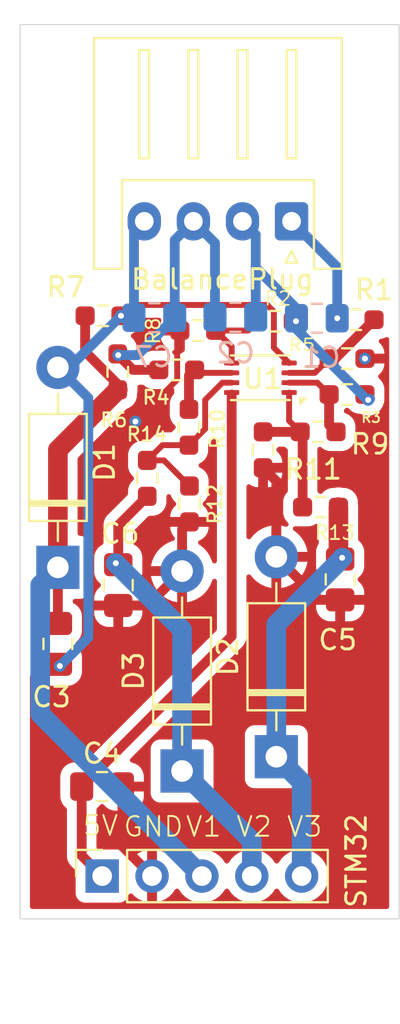
<source format=kicad_pcb>
(kicad_pcb (version 20240108) (generator "pcbnew") (generator_version "8.0")
  (layers (0 "F.Cu" signal) (31 "B.Cu" signal) (34 "B.Paste" user) (35 "F.Paste" user) (36 "B.SilkS" user "B.Silkscreen") (37 "F.SilkS" user "F.Silkscreen") (38 "B.Mask" user) (39 "F.Mask" user) (44 "Edge.Cuts" user))
  (net 0 "")
  (net 1 "GND")
  (net 2 "+5V")
  (net 3 "/CELL2+")
  (net 4 "/CELL3+")
  (net 5 "/CELL1+")
  (net 6 "/VOUTA")
  (net 7 "/VINB+")
  (net 8 "/VINA+")
  (net 9 "/VINB-")
  (net 10 "/VOUTB")
  (net 11 "/VINA-")
  (net 12 "A_V3")
  (net 13 "A_V2")
  (net 14 "A_V1")
  (net 15 "/CELL1-")
  (footprint "Diode_THT:D_DO-41_SOD81_P10.16mm_Horizontal" (layer "F.Cu") (at 81.925 61.285 90)
    (property "Reference" "D1" (at 5.335 2.375 -90) (layer "F.SilkS"))
    (property "Value" "1N4007")
    (fp_line (start 7.8 -1.47) (end 2.36 -1.47) (stroke (width 0.12)) (layer "F.SilkS"))
    (fp_line (start 3.38 -1.47) (end 3.38 1.47) (stroke (width 0.12)) (layer "F.SilkS"))
    (fp_line (start 3.26 -1.47) (end 3.26 1.47) (stroke (width 0.12)) (layer "F.SilkS"))
    (fp_line (start 3.14 -1.47) (end 3.14 1.47) (stroke (width 0.12)) (layer "F.SilkS"))
    (fp_line (start 2.36 -1.47) (end 2.36 1.47) (stroke (width 0.12)) (layer "F.SilkS"))
    (fp_line (start 8.82 0) (end 7.8 0) (stroke (width 0.12)) (layer "F.SilkS"))
    (fp_line (start 1.34 0) (end 2.36 0) (stroke (width 0.12)) (layer "F.SilkS"))
    (fp_line (start 7.8 1.47) (end 7.8 -1.47) (stroke (width 0.12)) (layer "F.SilkS"))
    (fp_line (start 2.36 1.47) (end 7.8 1.47) (stroke (width 0.12)) (layer "F.SilkS"))
    (pad "1" thru_hole rect (at 0 0 90) (size 2.2 2.2) (drill 1.1) (layers "*.Cu" "*.Mask") (net 14 "A_V1"))
    (pad "2" thru_hole oval (at 10.16 0 90) (size 2.2 2.2) (drill 1.1) (layers "*.Cu" "*.Mask") (net 15 "/CELL1-"))
  )
  (footprint "Resistor_SMD:R_0603_1608Metric_Pad0.98x0.95mm_HandSolder" (layer "F.Cu") (at 95.175 54.4 180)
    (property "Reference" "R9" (at -2.65 -0.625 0) (layer "F.SilkS"))
    (property "Value" "1k")
    (fp_line (start -0.254724 0.5225) (end 0.254724 0.5225) (stroke (width 0.12)) (layer "F.SilkS"))
    (fp_line (start -0.254724 -0.5225) (end 0.254724 -0.5225) (stroke (width 0.12)) (layer "F.SilkS"))
    (pad "1" smd roundrect (at -0.9125 0 180) (size 0.975 0.95) (layers "F.Cu" "F.Paste" "F.Mask") (net 11 "/VINA-"))
    (pad "2" smd roundrect (at 0.9125 0 180) (size 0.975 0.95) (layers "F.Cu" "F.Paste" "F.Mask") (net 6 "/VOUTA"))
  )
  (footprint "Resistor_SMD:R_0603_1608Metric_Pad0.98x0.95mm_HandSolder" (layer "F.Cu") (at 88.625 58.0625 90)
    (property "Reference" "R12" (at -0.0125 1.3 90) (layer "F.SilkS") (effects (font (size 0.7 0.7) (thickness 0.12) (bold yes))))
    (property "Value" "1k")
    (fp_line (start -0.254724 -0.5225) (end 0.254724 -0.5225) (stroke (width 0.12)) (layer "F.SilkS"))
    (fp_line (start -0.254724 0.5225) (end 0.254724 0.5225) (stroke (width 0.12)) (layer "F.SilkS"))
    (pad "1" smd roundrect (at -0.9125 0 90) (size 0.975 0.95) (layers "F.Cu" "F.Paste" "F.Mask") (net 1 "GND"))
    (pad "2" smd roundrect (at 0.9125 0 90) (size 0.975 0.95) (layers "F.Cu" "F.Paste" "F.Mask") (net 10 "/VOUTB"))
  )
  (footprint "Resistor_SMD:R_0603_1608Metric_Pad0.98x0.95mm_HandSolder" (layer "F.Cu") (at 84.225 48.5 180)
    (property "Reference" "R7" (at 1.9 1.45 180) (layer "F.SilkS"))
    (property "Value" "1k")
    (fp_line (start -0.254724 0.5225) (end 0.254724 0.5225) (stroke (width 0.12)) (layer "F.SilkS"))
    (fp_line (start -0.254724 -0.5225) (end 0.254724 -0.5225) (stroke (width 0.12)) (layer "F.SilkS"))
    (pad "1" smd roundrect (at -0.9125 0 180) (size 0.975 0.95) (layers "F.Cu" "F.Paste" "F.Mask") (net 15 "/CELL1-"))
    (pad "2" smd roundrect (at 0.9125 0 180) (size 0.975 0.95) (layers "F.Cu" "F.Paste" "F.Mask") (net 14 "A_V1"))
  )
  (footprint "Resistor_SMD:R_0603_1608Metric_Pad0.98x0.95mm_HandSolder" (layer "F.Cu") (at 93 48.775 180)
    (property "Reference" "R2" (at -0.125 1.15 180) (layer "F.SilkS") (effects (font (size 0.7 0.7) (thickness 0.0875))))
    (property "Value" "1k")
    (fp_line (start -0.254724 0.5225) (end 0.254724 0.5225) (stroke (width 0.12)) (layer "F.SilkS"))
    (fp_line (start -0.254724 -0.5225) (end 0.254724 -0.5225) (stroke (width 0.12)) (layer "F.SilkS"))
    (pad "1" smd roundrect (at -0.9125 0 180) (size 0.975 0.95) (layers "F.Cu" "F.Paste" "F.Mask") (net 3 "/CELL2+"))
    (pad "2" smd roundrect (at 0.9125 0 180) (size 0.975 0.95) (layers "F.Cu" "F.Paste" "F.Mask") (net 7 "/VINB+"))
  )
  (footprint "Package_DFN_QFN:TDFN-8-1EP_3x2mm_P0.5mm_EP1.3x1.4mm" (layer "F.Cu") (at 92.2375 51.65 180)
    (property "Reference" "U1" (at -0.1175 -0.0575 0) (layer "F.SilkS"))
    (property "Value" "MCP602")
    (fp_line (start -1.5 1.135) (end 1.5 1.135) (stroke (width 0.12)) (layer "F.SilkS"))
    (fp_line (start -1.5 -1.135) (end 1.5 -1.135) (stroke (width 0.12)) (layer "F.SilkS"))
    (fp_poly (pts (xy -2.02 -1.05) (xy -2.3 -1.05) (xy -2.02 -1.33) (xy -2.02 -1.05)) (stroke (width 0.12)) (fill solid) (layer "F.SilkS"))
    (pad "1" smd roundrect (at -1.4625 -0.75 180) (size 0.775 0.25) (layers "F.Cu" "F.Paste" "F.Mask") (net 6 "/VOUTA"))
    (pad "2" smd roundrect (at -1.4625 -0.25 180) (size 0.775 0.25) (layers "F.Cu" "F.Paste" "F.Mask") (net 11 "/VINA-"))
    (pad "3" smd roundrect (at -1.4625 0.25 180) (size 0.775 0.25) (layers "F.Cu" "F.Paste" "F.Mask") (net 8 "/VINA+"))
    (pad "4" smd roundrect (at -1.4625 0.75 180) (size 0.775 0.25) (layers "F.Cu" "F.Paste" "F.Mask") (net 15 "/CELL1-"))
    (pad "5" smd roundrect (at 1.4625 0.75 180) (size 0.775 0.25) (layers "F.Cu" "F.Paste" "F.Mask") (net 7 "/VINB+"))
    (pad "6" smd roundrect (at 1.4625 0.25 180) (size 0.775 0.25) (layers "F.Cu" "F.Paste" "F.Mask") (net 9 "/VINB-"))
    (pad "7" smd roundrect (at 1.4625 -0.25 180) (size 0.775 0.25) (layers "F.Cu" "F.Paste" "F.Mask") (net 10 "/VOUTB"))
    (pad "8" smd roundrect (at 1.4625 -0.75 180) (size 0.775 0.25) (layers "F.Cu" "F.Paste" "F.Mask") (net 2 "+5V"))
  )
  (footprint "Capacitor_SMD:C_0805_2012Metric_Pad1.18x1.45mm_HandSolder" (layer "F.Cu") (at 81.925 65.175 -90)
    (property "Reference" "C3" (at 2.7 0.325 0) (layer "F.SilkS"))
    (property "Value" "100n")
    (fp_line (start -0.261252 0.735) (end 0.261252 0.735) (stroke (width 0.12)) (layer "F.SilkS"))
    (fp_line (start -0.261252 -0.735) (end 0.261252 -0.735) (stroke (width 0.12)) (layer "F.SilkS"))
    (pad "1" smd roundrect (at -1.0375 0 270) (size 1.175 1.45) (layers "F.Cu" "F.Paste" "F.Mask") (roundrect_rratio 0.212766) (net 14 "A_V1"))
    (pad "2" smd roundrect (at 1.0375 0 270) (size 1.175 1.45) (layers "F.Cu" "F.Paste" "F.Mask") (roundrect_rratio 0.212766) (net 15 "/CELL1-"))
  )
  (footprint "Diode_THT:D_DO-41_SOD81_P10.16mm_Horizontal" (layer "F.Cu") (at 93.05 70.91 90)
    (property "Reference" "D2" (at 5.08 -2.47 90) (layer "F.SilkS"))
    (property "Value" "1N4007")
    (fp_line (start 7.8 -1.47) (end 2.36 -1.47) (stroke (width 0.12)) (layer "F.SilkS"))
    (fp_line (start 3.38 -1.47) (end 3.38 1.47) (stroke (width 0.12)) (layer "F.SilkS"))
    (fp_line (start 3.26 -1.47) (end 3.26 1.47) (stroke (width 0.12)) (layer "F.SilkS"))
    (fp_line (start 3.14 -1.47) (end 3.14 1.47) (stroke (width 0.12)) (layer "F.SilkS"))
    (fp_line (start 2.36 -1.47) (end 2.36 1.47) (stroke (width 0.12)) (layer "F.SilkS"))
    (fp_line (start 8.82 0) (end 7.8 0) (stroke (width 0.12)) (layer "F.SilkS"))
    (fp_line (start 1.34 0) (end 2.36 0) (stroke (width 0.12)) (layer "F.SilkS"))
    (fp_line (start 7.8 1.47) (end 7.8 -1.47) (stroke (width 0.12)) (layer "F.SilkS"))
    (fp_line (start 2.36 1.47) (end 7.8 1.47) (stroke (width 0.12)) (layer "F.SilkS"))
    (pad "1" thru_hole rect (at 0 0 90) (size 2.2 2.2) (drill 1.1) (layers "*.Cu" "*.Mask") (net 12 "A_V3"))
    (pad "2" thru_hole oval (at 10.16 0 90) (size 2.2 2.2) (drill 1.1) (layers "*.Cu" "*.Mask") (net 1 "GND"))
  )
  (footprint "Capacitor_SMD:C_0805_2012Metric_Pad1.18x1.45mm_HandSolder" (layer "F.Cu") (at 85 62.1875 -90)
    (property "Reference" "C6" (at -2.6125 -0.1 0) (layer "F.SilkS"))
    (property "Value" "100n")
    (fp_line (start -0.261252 0.735) (end 0.261252 0.735) (stroke (width 0.12)) (layer "F.SilkS"))
    (fp_line (start -0.261252 -0.735) (end 0.261252 -0.735) (stroke (width 0.12)) (layer "F.SilkS"))
    (pad "1" smd roundrect (at -1.0375 0 270) (size 1.175 1.45) (layers "F.Cu" "F.Paste" "F.Mask") (roundrect_rratio 0.212766) (net 13 "A_V2"))
    (pad "2" smd roundrect (at 1.0375 0 270) (size 1.175 1.45) (layers "F.Cu" "F.Paste" "F.Mask") (roundrect_rratio 0.212766) (net 1 "GND"))
  )
  (footprint "Resistor_SMD:R_0603_1608Metric_Pad0.98x0.95mm_HandSolder" (layer "F.Cu") (at 97.1125 48.7)
    (property "Reference" "R1" (at 0.9125 -1.525 0) (layer "F.SilkS"))
    (property "Value" "1k")
    (fp_line (start -0.254724 -0.5225) (end 0.254724 -0.5225) (stroke (width 0.12)) (layer "F.SilkS"))
    (fp_line (start -0.254724 0.5225) (end 0.254724 0.5225) (stroke (width 0.12)) (layer "F.SilkS"))
    (pad "1" smd roundrect (at -0.9125 0) (size 0.975 0.95) (layers "F.Cu" "F.Paste" "F.Mask") (net 4 "/CELL3+"))
    (pad "2" smd roundrect (at 0.9125 0) (size 0.975 0.95) (layers "F.Cu" "F.Paste" "F.Mask") (net 8 "/VINA+"))
  )
  (footprint "Resistor_SMD:R_0603_1608Metric_Pad0.98x0.95mm_HandSolder" (layer "F.Cu") (at 86.475 56.7625 -90)
    (property "Reference" "R14" (at -2.2375 0.025 180) (layer "F.SilkS") (effects (font (size 0.7 0.7) (thickness 0.12) (bold yes))))
    (property "Value" "100")
    (fp_line (start -0.254724 0.5225) (end 0.254724 0.5225) (stroke (width 0.12)) (layer "F.SilkS"))
    (fp_line (start -0.254724 -0.5225) (end 0.254724 -0.5225) (stroke (width 0.12)) (layer "F.SilkS"))
    (pad "1" smd roundrect (at -0.9125 0 270) (size 0.975 0.95) (layers "F.Cu" "F.Paste" "F.Mask") (net 10 "/VOUTB"))
    (pad "2" smd roundrect (at 0.9125 0 270) (size 0.975 0.95) (layers "F.Cu" "F.Paste" "F.Mask") (net 13 "A_V2"))
  )
  (footprint "Connector_JST:JST_XH_S4B-XH-A_1x04_P2.50mm_Horizontal" (layer "F.Cu") (at 93.825 43.7 180)
    (property "Reference" "BalancePlug" (at 3.525 -2.95 0) (layer "F.SilkS"))
    (property "Value" "Balance Plug")
    (fp_line (start 10.06 9.31) (end 10.06 -2.41) (stroke (width 0.12)) (layer "F.SilkS"))
    (fp_line (start 10.06 -2.41) (end 8.64 -2.41) (stroke (width 0.12)) (layer "F.SilkS"))
    (fp_line (start 8.64 2.09) (end 3.75 2.09) (stroke (width 0.12)) (layer "F.SilkS"))
    (fp_line (start 8.64 -2.41) (end 8.64 2.09) (stroke (width 0.12)) (layer "F.SilkS"))
    (fp_line (start 7.75 8.7) (end 7.75 3.2) (stroke (width 0.12)) (layer "F.SilkS"))
    (fp_line (start 7.75 3.2) (end 7.25 3.2) (stroke (width 0.12)) (layer "F.SilkS"))
    (fp_line (start 7.25 8.7) (end 7.75 8.7) (stroke (width 0.12)) (layer "F.SilkS"))
    (fp_line (start 7.25 3.2) (end 7.25 8.7) (stroke (width 0.12)) (layer "F.SilkS"))
    (fp_line (start 5.25 8.7) (end 5.25 3.2) (stroke (width 0.12)) (layer "F.SilkS"))
    (fp_line (start 5.25 3.2) (end 4.75 3.2) (stroke (width 0.12)) (layer "F.SilkS"))
    (fp_line (start 4.75 8.7) (end 5.25 8.7) (stroke (width 0.12)) (layer "F.SilkS"))
    (fp_line (start 4.75 3.2) (end 4.75 8.7) (stroke (width 0.12)) (layer "F.SilkS"))
    (fp_line (start 3.75 9.31) (end 10.06 9.31) (stroke (width 0.12)) (layer "F.SilkS"))
    (fp_line (start 3.75 9.31) (end -2.56 9.31) (stroke (width 0.12)) (layer "F.SilkS"))
    (fp_line (start 2.75 8.7) (end 2.75 3.2) (stroke (width 0.12)) (layer "F.SilkS"))
    (fp_line (start 2.75 3.2) (end 2.25 3.2) (stroke (width 0.12)) (layer "F.SilkS"))
    (fp_line (start 2.25 8.7) (end 2.75 8.7) (stroke (width 0.12)) (layer "F.SilkS"))
    (fp_line (start 2.25 3.2) (end 2.25 8.7) (stroke (width 0.12)) (layer "F.SilkS"))
    (fp_line (start 0.3 -2.1) (end 0 -1.5) (stroke (width 0.12)) (layer "F.SilkS"))
    (fp_line (start 0.25 8.7) (end 0.25 3.2) (stroke (width 0.12)) (layer "F.SilkS"))
    (fp_line (start 0.25 3.2) (end -0.25 3.2) (stroke (width 0.12)) (layer "F.SilkS"))
    (fp_line (start 0 -1.5) (end -0.3 -2.1) (stroke (width 0.12)) (layer "F.SilkS"))
    (fp_line (start -0.25 8.7) (end 0.25 8.7) (stroke (width 0.12)) (layer "F.SilkS"))
    (fp_line (start -0.25 3.2) (end -0.25 8.7) (stroke (width 0.12)) (layer "F.SilkS"))
    (fp_line (start -0.3 -2.1) (end 0.3 -2.1) (stroke (width 0.12)) (layer "F.SilkS"))
    (fp_line (start -1.14 2.09) (end 3.75 2.09) (stroke (width 0.12)) (layer "F.SilkS"))
    (fp_line (start -1.14 -2.41) (end -1.14 2.09) (stroke (width 0.12)) (layer "F.SilkS"))
    (fp_line (start -2.56 9.31) (end -2.56 -2.41) (stroke (width 0.12)) (layer "F.SilkS"))
    (fp_line (start -2.56 -2.41) (end -1.14 -2.41) (stroke (width 0.12)) (layer "F.SilkS"))
    (pad "1" thru_hole roundrect (at 0 0 180) (size 1.7 1.95) (drill 0.95) (layers "*.Cu" "*.Mask") (roundrect_rratio 0.147059) (net 4 "/CELL3+"))
    (pad "2" thru_hole oval (at 2.5 0 180) (size 1.7 1.95) (drill 0.95) (layers "*.Cu" "*.Mask") (net 3 "/CELL2+"))
    (pad "3" thru_hole oval (at 5 0 180) (size 1.7 1.95) (drill 0.95) (layers "*.Cu" "*.Mask") (net 5 "/CELL1+"))
    (pad "4" thru_hole oval (at 7.5 0 180) (size 1.7 1.95) (drill 0.95) (layers "*.Cu" "*.Mask") (net 15 "/CELL1-"))
  )
  (footprint "Connector_PinSocket_2.54mm:PinSocket_1x05_P2.54mm_Vertical" (layer "F.Cu") (at 84.18 76.975 90)
    (property "Reference" "STM32" (at 0.775 12.945 -90) (layer "F.SilkS"))
    (property "Value" "Conn_01x05_Socket")
    (fp_line (start 1.33 -1.33) (end 1.33 0) (stroke (width 0.12)) (layer "F.SilkS"))
    (fp_line (start 0 -1.33) (end 1.33 -1.33) (stroke (width 0.12)) (layer "F.SilkS"))
    (fp_line (start 1.33 1.27) (end 1.33 11.49) (stroke (width 0.12)) (layer "F.SilkS"))
    (fp_line (start -1.33 1.27) (end 1.33 1.27) (stroke (width 0.12)) (layer "F.SilkS"))
    (fp_line (start -1.33 1.27) (end -1.33 11.49) (stroke (width 0.12)) (layer "F.SilkS"))
    (fp_line (start -1.33 11.49) (end 1.33 11.49) (stroke (width 0.12)) (layer "F.SilkS"))
    (pad "1" thru_hole rect (at 0 0 90) (size 1.7 1.7) (drill 1) (layers "*.Cu" "*.Mask") (net 2 "+5V"))
    (pad "2" thru_hole oval (at 0 2.54 90) (size 1.7 1.7) (drill 1) (layers "*.Cu" "*.Mask") (net 1 "GND"))
    (pad "3" thru_hole oval (at 0 5.08 90) (size 1.7 1.7) (drill 1) (layers "*.Cu" "*.Mask") (net 14 "A_V1"))
    (pad "4" thru_hole oval (at 0 7.62 90) (size 1.7 1.7) (drill 1) (layers "*.Cu" "*.Mask") (net 13 "A_V2"))
    (pad "5" thru_hole oval (at 0 10.16 90) (size 1.7 1.7) (drill 1) (layers "*.Cu" "*.Mask") (net 12 "A_V3"))
  )
  (footprint "Resistor_SMD:R_0603_1608Metric_Pad0.98x0.95mm_HandSolder" (layer "F.Cu") (at 95.3 58.225)
    (property "Reference" "R13" (at 0.725 1.3 0) (layer "F.SilkS") (effects (font (size 0.7 0.7) (thickness 0.1))))
    (property "Value" "100")
    (fp_line (start -0.254724 -0.5225) (end 0.254724 -0.5225) (stroke (width 0.12)) (layer "F.SilkS"))
    (fp_line (start -0.254724 0.5225) (end 0.254724 0.5225) (stroke (width 0.12)) (layer "F.SilkS"))
    (pad "1" smd roundrect (at -0.9125 0) (size 0.975 0.95) (layers "F.Cu" "F.Paste" "F.Mask") (net 6 "/VOUTA"))
    (pad "2" smd roundrect (at 0.9125 0) (size 0.975 0.95) (layers "F.Cu" "F.Paste" "F.Mask") (net 12 "A_V3"))
  )
  (footprint "Capacitor_SMD:C_0805_2012Metric_Pad1.18x1.45mm_HandSolder" (layer "F.Cu") (at 84.175 72.425)
    (property "Reference" "C4" (at 0 -1.68 0) (layer "F.SilkS"))
    (property "Value" "1u")
    (fp_line (start -0.261252 -0.735) (end 0.261252 -0.735) (stroke (width 0.12)) (layer "F.SilkS"))
    (fp_line (start -0.261252 0.735) (end 0.261252 0.735) (stroke (width 0.12)) (layer "F.SilkS"))
    (pad "1" smd roundrect (at -1.0375 0) (size 1.175 1.45) (layers "F.Cu" "F.Paste" "F.Mask") (roundrect_rratio 0.212766) (net 2 "+5V"))
    (pad "2" smd roundrect (at 1.0375 0) (size 1.175 1.45) (layers "F.Cu" "F.Paste" "F.Mask") (roundrect_rratio 0.212766) (net 1 "GND"))
  )
  (footprint "Resistor_SMD:R_0603_1608Metric_Pad0.98x0.95mm_HandSolder" (layer "F.Cu") (at 87.975 51.25)
    (property "Reference" "R4" (at -1.05 1.4 180) (layer "F.SilkS") (effects (font (size 0.7 0.7) (thickness 0.12) (bold yes))))
    (property "Value" "1k")
    (fp_line (start -0.254724 -0.5225) (end 0.254724 -0.5225) (stroke (width 0.12)) (layer "F.SilkS"))
    (fp_line (start -0.254724 0.5225) (end 0.254724 0.5225) (stroke (width 0.12)) (layer "F.SilkS"))
    (pad "1" smd roundrect (at -0.9125 0) (size 0.975 0.95) (layers "F.Cu" "F.Paste" "F.Mask") (net 5 "/CELL1+"))
    (pad "2" smd roundrect (at 0.9125 0) (size 0.975 0.95) (layers "F.Cu" "F.Paste" "F.Mask") (net 9 "/VINB-"))
  )
  (footprint "Resistor_SMD:R_0603_1608Metric_Pad0.98x0.95mm_HandSolder" (layer "F.Cu") (at 96.65 52.5 180)
    (property "Reference" "R3" (at -1.225 -1.175 0) (layer "F.SilkS") (effects (font (size 0.5 0.5) (thickness 0.1) (bold yes))))
    (property "Value" "1k")
    (fp_line (start -0.254724 0.5225) (end 0.254724 0.5225) (stroke (width 0.12)) (layer "F.SilkS"))
    (fp_line (start -0.254724 -0.5225) (end 0.254724 -0.5225) (stroke (width 0.12)) (layer "F.SilkS"))
    (pad "1" smd roundrect (at -0.9125 0 180) (size 0.975 0.95) (layers "F.Cu" "F.Paste" "F.Mask") (net 3 "/CELL2+"))
    (pad "2" smd roundrect (at 0.9125 0 180) (size 0.975 0.95) (layers "F.Cu" "F.Paste" "F.Mask") (net 11 "/VINA-"))
  )
  (footprint "Resistor_SMD:R_0603_1608Metric_Pad0.98x0.95mm_HandSolder" (layer "F.Cu") (at 96.65 50.675)
    (property "Reference" "R5" (at -2.3 -0.7 180) (layer "F.SilkS") (effects (font (size 0.6 0.7) (thickness 0.09))))
    (property "Value" "1k")
    (fp_line (start -0.254724 -0.5225) (end 0.254724 -0.5225) (stroke (width 0.12)) (layer "F.SilkS"))
    (fp_line (start -0.254724 0.5225) (end 0.254724 0.5225) (stroke (width 0.12)) (layer "F.SilkS"))
    (pad "1" smd roundrect (at -0.9125 0) (size 0.975 0.95) (layers "F.Cu" "F.Paste" "F.Mask") (net 8 "/VINA+"))
    (pad "2" smd roundrect (at 0.9125 0) (size 0.975 0.95) (layers "F.Cu" "F.Paste" "F.Mask") (net 1 "GND"))
  )
  (footprint "Resistor_SMD:R_0603_1608Metric_Pad0.98x0.95mm_HandSolder" (layer "F.Cu") (at 92.375 55.3125 90)
    (property "Reference" "R11" (at -0.9875 2.55 180) (layer "F.SilkS"))
    (property "Value" "1k")
    (fp_line (start -0.254724 -0.5225) (end 0.254724 -0.5225) (stroke (width 0.12)) (layer "F.SilkS"))
    (fp_line (start -0.254724 0.5225) (end 0.254724 0.5225) (stroke (width 0.12)) (layer "F.SilkS"))
    (pad "1" smd roundrect (at -0.9125 0 90) (size 0.975 0.95) (layers "F.Cu" "F.Paste" "F.Mask") (net 1 "GND"))
    (pad "2" smd roundrect (at 0.9125 0 90) (size 0.975 0.95) (layers "F.Cu" "F.Paste" "F.Mask") (net 6 "/VOUTA"))
  )
  (footprint "Resistor_SMD:R_0603_1608Metric_Pad0.98x0.95mm_HandSolder" (layer "F.Cu") (at 84.975 51.35 90)
    (property "Reference" "R6" (at -2.45 -0.2 180) (layer "F.SilkS") (effects (font (size 0.7 0.7) (thickness 0.12) (bold yes))))
    (property "Value" "1k")
    (fp_line (start -0.254724 -0.5225) (end 0.254724 -0.5225) (stroke (width 0.12)) (layer "F.SilkS"))
    (fp_line (start -0.254724 0.5225) (end 0.254724 0.5225) (stroke (width 0.12)) (layer "F.SilkS"))
    (pad "1" smd roundrect (at -0.9125 0 90) (size 0.975 0.95) (layers "F.Cu" "F.Paste" "F.Mask") (net 14 "A_V1"))
    (pad "2" smd roundrect (at 0.9125 0 90) (size 0.975 0.95) (layers "F.Cu" "F.Paste" "F.Mask") (net 5 "/CELL1+"))
  )
  (footprint "Resistor_SMD:R_0603_1608Metric_Pad0.98x0.95mm_HandSolder" (layer "F.Cu") (at 88.6 54.1625 -90)
    (property "Reference" "R10" (at 0.0875 -1.45 90) (layer "F.SilkS") (effects (font (size 0.7 0.7) (thickness 0.12) (bold yes))))
    (property "Value" "1k")
    (fp_line (start -0.254724 0.5225) (end 0.254724 0.5225) (stroke (width 0.12)) (layer "F.SilkS"))
    (fp_line (start -0.254724 -0.5225) (end 0.254724 -0.5225) (stroke (width 0.12)) (layer "F.SilkS"))
    (pad "1" smd roundrect (at -0.9125 0 270) (size 0.975 0.95) (layers "F.Cu" "F.Paste" "F.Mask") (net 9 "/VINB-"))
    (pad "2" smd roundrect (at 0.9125 0 270) (size 0.975 0.95) (layers "F.Cu" "F.Paste" "F.Mask") (net 10 "/VOUTB"))
  )
  (footprint "Diode_THT:D_DO-41_SOD81_P10.16mm_Horizontal" (layer "F.Cu") (at 88.25 71.635 90)
    (property "Reference" "D3" (at 5.08 -2.47 90) (layer "F.SilkS"))
    (property "Value" "1N4007")
    (fp_line (start 7.8 -1.47) (end 2.36 -1.47) (stroke (width 0.12)) (layer "F.SilkS"))
    (fp_line (start 3.38 -1.47) (end 3.38 1.47) (stroke (width 0.12)) (layer "F.SilkS"))
    (fp_line (start 3.26 -1.47) (end 3.26 1.47) (stroke (width 0.12)) (layer "F.SilkS"))
    (fp_line (start 3.14 -1.47) (end 3.14 1.47) (stroke (width 0.12)) (layer "F.SilkS"))
    (fp_line (start 2.36 -1.47) (end 2.36 1.47) (stroke (width 0.12)) (layer "F.SilkS"))
    (fp_line (start 8.82 0) (end 7.8 0) (stroke (width 0.12)) (layer "F.SilkS"))
    (fp_line (start 1.34 0) (end 2.36 0) (stroke (width 0.12)) (layer "F.SilkS"))
    (fp_line (start 7.8 1.47) (end 7.8 -1.47) (stroke (width 0.12)) (layer "F.SilkS"))
    (fp_line (start 2.36 1.47) (end 7.8 1.47) (stroke (width 0.12)) (layer "F.SilkS"))
    (pad "1" thru_hole rect (at 0 0 90) (size 2.2 2.2) (drill 1.1) (layers "*.Cu" "*.Mask") (net 13 "A_V2"))
    (pad "2" thru_hole oval (at 10.16 0 90) (size 2.2 2.2) (drill 1.1) (layers "*.Cu" "*.Mask") (net 1 "GND"))
  )
  (footprint "Resistor_SMD:R_0603_1608Metric_Pad0.98x0.95mm_HandSolder" (layer "F.Cu") (at 89.05 49.25 180)
    (property "Reference" "R8" (at 2.275 -0.025 -90) (layer "F.SilkS") (effects (font (size 0.7 0.7) (thickness 0.1))))
    (property "Value" "1k")
    (fp_line (start -0.254724 0.5225) (end 0.254724 0.5225) (stroke (width 0.12)) (layer "F.SilkS"))
    (fp_line (start -0.254724 -0.5225) (end 0.254724 -0.5225) (stroke (width 0.12)) (layer "F.SilkS"))
    (pad "1" smd roundrect (at -0.9125 0 180) (size 0.975 0.95) (layers "F.Cu" "F.Paste" "F.Mask") (net 7 "/VINB+"))
    (pad "2" smd roundrect (at 0.9125 0 180) (size 0.975 0.95) (layers "F.Cu" "F.Paste" "F.Mask") (net 1 "GND"))
  )
  (footprint "Capacitor_SMD:C_0805_2012Metric_Pad1.18x1.45mm_HandSolder" (layer "F.Cu") (at 96.3 61.9 -90)
    (property "Reference" "C5" (at 3.075 0.125 180) (layer "F.SilkS"))
    (property "Value" "100n")
    (fp_line (start -0.261252 0.735) (end 0.261252 0.735) (stroke (width 0.12)) (layer "F.SilkS"))
    (fp_line (start -0.261252 -0.735) (end 0.261252 -0.735) (stroke (width 0.12)) (layer "F.SilkS"))
    (pad "1" smd roundrect (at -1.0375 0 270) (size 1.175 1.45) (layers "F.Cu" "F.Paste" "F.Mask") (roundrect_rratio 0.212766) (net 12 "A_V3"))
    (pad "2" smd roundrect (at 1.0375 0 270) (size 1.175 1.45) (layers "F.Cu" "F.Paste" "F.Mask") (roundrect_rratio 0.212766) (net 1 "GND"))
  )
  (footprint "Capacitor_SMD:C_0805_2012Metric_Pad1.18x1.45mm_HandSolder" (layer "B.Cu") (at 95.1125 48.625 180)
    (property "Reference" "C1" (at -0.225 -2 0) (layer "B.SilkS") (effects (justify mirror)))
    (property "Value" "100n")
    (fp_line (start 0.261252 0.735) (end -0.261252 0.735) (stroke (width 0.12)) (layer "B.SilkS"))
    (fp_line (start 0.261252 -0.735) (end -0.261252 -0.735) (stroke (width 0.12)) (layer "B.SilkS"))
    (pad "1" smd roundrect (at -1.0375 0 180) (size 1.175 1.45) (layers "B.Cu" "B.Paste" "B.Mask") (roundrect_rratio 0.212766) (net 4 "/CELL3+"))
    (pad "2" smd roundrect (at 1.0375 0 180) (size 1.175 1.45) (layers "B.Cu" "B.Paste" "B.Mask") (roundrect_rratio 0.212766) (net 3 "/CELL2+"))
  )
  (footprint "Capacitor_SMD:C_0805_2012Metric_Pad1.18x1.45mm_HandSolder" (layer "B.Cu") (at 90.9625 48.575 180)
    (property "Reference" "C2" (at -0.0125 -1.825 0) (layer "B.SilkS") (effects (justify mirror)))
    (property "Value" "100n")
    (fp_line (start 0.261252 0.735) (end -0.261252 0.735) (stroke (width 0.12)) (layer "B.SilkS"))
    (fp_line (start 0.261252 -0.735) (end -0.261252 -0.735) (stroke (width 0.12)) (layer "B.SilkS"))
    (pad "1" smd roundrect (at -1.0375 0 180) (size 1.175 1.45) (layers "B.Cu" "B.Paste" "B.Mask") (roundrect_rratio 0.212766) (net 3 "/CELL2+"))
    (pad "2" smd roundrect (at 1.0375 0 180) (size 1.175 1.45) (layers "B.Cu" "B.Paste" "B.Mask") (roundrect_rratio 0.212766) (net 5 "/CELL1+"))
  )
  (footprint "Capacitor_SMD:C_0805_2012Metric_Pad1.18x1.45mm_HandSolder" (layer "B.Cu") (at 86.8375 48.6 180)
    (property "Reference" "C7" (at 0.05 -2 0) (layer "B.SilkS") (effects (justify mirror)))
    (property "Value" "100n")
    (fp_line (start 0.261252 0.735) (end -0.261252 0.735) (stroke (width 0.12)) (layer "B.SilkS"))
    (fp_line (start 0.261252 -0.735) (end -0.261252 -0.735) (stroke (width 0.12)) (layer "B.SilkS"))
    (pad "1" smd roundrect (at -1.0375 0 180) (size 1.175 1.45) (layers "B.Cu" "B.Paste" "B.Mask") (roundrect_rratio 0.212766) (net 5 "/CELL1+"))
    (pad "2" smd roundrect (at 1.0375 0 180) (size 1.175 1.45) (layers "B.Cu" "B.Paste" "B.Mask") (roundrect_rratio 0.212766) (net 15 "/CELL1-"))
  )
  (gr_rect (start 80 33.7) (end 99.3 79.15) (stroke (width 0.05)) (fill none) (layer "Edge.Cuts"))
  (gr_text "V1 V2 V3" (at 88.375 75.05 0) (layer "F.SilkS") (effects (font (size 1 1) (thickness 0.1)) (justify left bottom)))
  (gr_text "5V" (at 83.125 75 0) (layer "F.SilkS") (effects (font (size 1 1) (thickness 0.1)) (justify left bottom)))
  (gr_text "GND " (at 85.2 75.05 0) (layer "F.SilkS") (effects (font (size 1 1) (thickness 0.1)) (justify left bottom)))
  (segment (start 88 51.75) (end 85.875 53.875) (width 0.3) (layer "F.Cu") (net 1))
  (segment (start 85.2125 72.425) (end 85.2125 75.4675) (width 0.5) (layer "F.Cu") (net 1))
  (segment (start 88 49.3875) (end 88 51.75) (width 0.3) (layer "F.Cu") (net 1))
  (segment (start 93.05 60.75) (end 93.05 56.9) (width 0.5) (layer "F.Cu") (net 1))
  (segment (start 93.05 56.9) (end 92.375 56.225) (width 0.5) (layer "F.Cu") (net 1))
  (segment (start 88.1375 49.25) (end 88 49.3875) (width 0.3) (layer "F.Cu") (net 1))
  (segment (start 86.5 63.225) (end 88.25 61.475) (width 0.5) (layer "F.Cu") (net 1))
  (segment (start 95.2375 62.9375) (end 93.05 60.75) (width 0.5) (layer "F.Cu") (net 1))
  (segment (start 85 63.225) (end 86.5 63.225) (width 0.5) (layer "F.Cu") (net 1))
  (segment (start 85.2125 75.4675) (end 86.72 76.975) (width 0.5) (layer "F.Cu") (net 1))
  (segment (start 96.3 62.9375) (end 95.2375 62.9375) (width 0.5) (layer "F.Cu") (net 1))
  (segment (start 88.25 59.35) (end 88.625 58.975) (width 0.5) (layer "F.Cu") (net 1))
  (segment (start 88.25 61.475) (end 88.25 59.35) (width 0.5) (layer "F.Cu") (net 1))
  (via (at 97.5625 50.675) (size 0.6) (drill 0.3) (layers "F.Cu" "B.Cu") (net 1))
  (via (at 85.875 53.875) (size 0.6) (drill 0.3) (layers "F.Cu" "B.Cu") (net 1))
  (segment (start 83.1375 75.9325) (end 84.18 76.975) (width 0.5) (layer "F.Cu") (net 2))
  (segment (start 83.1375 72.425) (end 83.1375 75.9325) (width 0.5) (layer "F.Cu") (net 2))
  (segment (start 83.1375 72.425) (end 90.775 64.7875) (width 0.5) (layer "F.Cu") (net 2))
  (segment (start 90.775 64.7875) (end 90.775 52.5) (width 0.5) (layer "F.Cu") (net 2))
  (via (at 97.725 52.775) (size 0.6) (drill 0.3) (layers "F.Cu" "B.Cu") (net 3))
  (via (at 94.05 48.775) (size 0.6) (drill 0.3) (layers "F.Cu" "B.Cu") (net 3))
  (segment (start 94.075 48.125) (end 92 46.05) (width 0.5) (layer "B.Cu") (net 3))
  (segment (start 94.075 48.75) (end 94.05 48.775) (width 0.5) (layer "B.Cu") (net 3))
  (segment (start 92 44.375) (end 91.325 43.7) (width 0.5) (layer "B.Cu") (net 3))
  (segment (start 94.075 48.625) (end 94.075 48.75) (width 0.5) (layer "B.Cu") (net 3))
  (segment (start 92 48.575) (end 92 46.05) (width 0.5) (layer "B.Cu") (net 3))
  (segment (start 94.05 49.15) (end 97.625 52.725) (width 0.5) (layer "B.Cu") (net 3))
  (segment (start 97.675 52.725) (end 97.725 52.775) (width 0.5) (layer "B.Cu") (net 3))
  (segment (start 92 46.05) (end 92 44.375) (width 0.5) (layer "B.Cu") (net 3))
  (segment (start 97.625 52.725) (end 97.675 52.725) (width 0.5) (layer "B.Cu") (net 3))
  (segment (start 94.05 48.775) (end 94.05 49.15) (width 0.5) (layer "B.Cu") (net 3))
  (segment (start 97.725 52.775) (end 97.775 52.725) (width 0.5) (layer "B.Cu") (net 3))
  (segment (start 97.775 52.725) (end 97.825 52.725) (width 0.5) (layer "B.Cu") (net 3))
  (segment (start 94.075 48.625) (end 94.075 48.125) (width 0.5) (layer "B.Cu") (net 3))
  (via (at 96.15 48.625) (size 0.6) (drill 0.3) (layers "F.Cu" "B.Cu") (net 4))
  (segment (start 96.15 46.025) (end 93.825 43.7) (width 0.5) (layer "B.Cu") (net 4))
  (segment (start 96.15 48.625) (end 96.15 46.025) (width 0.5) (layer "B.Cu") (net 4))
  (segment (start 85.75 51.25) (end 85 50.5) (width 0.5) (layer "F.Cu") (net 5))
  (segment (start 87.0625 51.25) (end 85.75 51.25) (width 0.5) (layer "F.Cu") (net 5))
  (via (at 85 50.5) (size 0.6) (drill 0.3) (layers "F.Cu" "B.Cu") (net 5))
  (segment (start 89.925 44.8) (end 88.825 43.7) (width 0.5) (layer "B.Cu") (net 5))
  (segment (start 89.925 48.575) (end 89.925 44.8) (width 0.5) (layer "B.Cu") (net 5))
  (segment (start 85.975 50.5) (end 87.875 48.6) (width 0.5) (layer "B.Cu") (net 5))
  (segment (start 87.875 44.65) (end 88.825 43.7) (width 0.5) (layer "B.Cu") (net 5))
  (segment (start 85 50.5) (end 85.975 50.5) (width 0.5) (layer "B.Cu") (net 5))
  (segment (start 87.875 48.6) (end 87.875 44.65) (width 0.5) (layer "B.Cu") (net 5))
  (segment (start 94.2625 54.4) (end 92.375 54.4) (width 0.5) (layer "F.Cu") (net 6))
  (segment (start 94.3875 58.225) (end 94.3875 54.525) (width 0.5) (layer "F.Cu") (net 6))
  (segment (start 93.7 52.4) (end 93.7 53.8375) (width 0.3) (layer "F.Cu") (net 6))
  (segment (start 93.7 53.8375) (end 94.2625 54.4) (width 0.3) (layer "F.Cu") (net 6))
  (segment (start 94.3875 54.525) (end 94.2625 54.4) (width 0.5) (layer "F.Cu") (net 6))
  (segment (start 91.6125 49.25) (end 92.0875 48.775) (width 0.3) (layer "F.Cu") (net 7))
  (segment (start 89.9625 49.25) (end 91.6125 49.25) (width 0.3) (layer "F.Cu") (net 7))
  (segment (start 90.775 50.9) (end 90.775 50.0625) (width 0.3) (layer "F.Cu") (net 7))
  (segment (start 90.775 50.0625) (end 89.9625 49.25) (width 0.3) (layer "F.Cu") (net 7))
  (segment (start 95.7375 50.675) (end 96.05 50.675) (width 0.5) (layer "F.Cu") (net 8))
  (segment (start 93.7 51.4) (end 95.0125 51.4) (width 0.3) (layer "F.Cu") (net 8))
  (segment (start 95.0125 51.4) (end 95.7375 50.675) (width 0.3) (layer "F.Cu") (net 8))
  (segment (start 96.05 50.675) (end 98.025 48.7) (width 0.5) (layer "F.Cu") (net 8))
  (segment (start 89.0375 51.4) (end 88.8875 51.25) (width 0.3) (layer "F.Cu") (net 9))
  (segment (start 88.6 53.25) (end 88.6 51.5375) (width 0.5) (layer "F.Cu") (net 9))
  (segment (start 88.6 51.5375) (end 88.8875 51.25) (width 0.5) (layer "F.Cu") (net 9))
  (segment (start 90.775 51.4) (end 89.0375 51.4) (width 0.3) (layer "F.Cu") (net 9))
  (segment (start 89.425 52.777404) (end 89.425 54.25) (width 0.3) (layer "F.Cu") (net 10))
  (segment (start 89.425 54.25) (end 88.6 55.075) (width 0.3) (layer "F.Cu") (net 10))
  (segment (start 87.25 55.075) (end 86.475 55.85) (width 0.3) (layer "F.Cu") (net 10))
  (segment (start 90.302404 51.9) (end 89.425 52.777404) (width 0.3) (layer "F.Cu") (net 10))
  (segment (start 87.325 55.85) (end 86.475 55.85) (width 0.3) (layer "F.Cu") (net 10))
  (segment (start 90.775 51.9) (end 90.302404 51.9) (width 0.3) (layer "F.Cu") (net 10))
  (segment (start 88.6 55.075) (end 87.25 55.075) (width 0.3) (layer "F.Cu") (net 10))
  (segment (start 88.625 57.15) (end 87.325 55.85) (width 0.3) (layer "F.Cu") (net 10))
  (segment (start 95.7375 52.5) (end 95.7375 54.05) (width 0.5) (layer "F.Cu") (net 11))
  (segment (start 95.7375 54.05) (end 96.0875 54.4) (width 0.5) (layer "F.Cu") (net 11))
  (segment (start 95.1375 51.9) (end 95.7375 52.5) (width 0.3) (layer "F.Cu") (net 11))
  (segment (start 93.7 51.9) (end 95.1375 51.9) (width 0.3) (layer "F.Cu") (net 11))
  (segment (start 96.2125 60.775) (end 96.3 60.8625) (width 1) (layer "F.Cu") (net 12))
  (segment (start 96.2125 58.225) (end 96.2125 60.775) (width 1) (layer "F.Cu") (net 12))
  (via (at 96.4 60.8) (size 0.6) (drill 0.3) (layers "F.Cu" "B.Cu") (net 12))
  (segment (start 96.4 60.8) (end 96.425 60.8) (width 1) (layer "B.Cu") (net 12))
  (segment (start 96.4 60.825) (end 96.4 60.8) (width 1) (layer "B.Cu") (net 12))
  (segment (start 94.34 76.975) (end 94.34 72.2) (width 1) (layer "B.Cu") (net 12))
  (segment (start 93.05 70.91) (end 93.05 64.175) (width 1) (layer "B.Cu") (net 12))
  (segment (start 93.05 64.175) (end 96.4 60.825) (width 1) (layer "B.Cu") (net 12))
  (segment (start 96.425 60.8) (end 96.4 60.825) (width 1) (layer "B.Cu") (net 12))
  (segment (start 94.34 72.2) (end 93.05 70.91) (width 1) (layer "B.Cu") (net 12))
  (segment (start 85 59.15) (end 86.475 57.675) (width 0.5) (layer "F.Cu") (net 13))
  (segment (start 85 61.15) (end 85 59.15) (width 0.5) (layer "F.Cu") (net 13))
  (via (at 84.875 61.075) (size 0.6) (drill 0.3) (layers "F.Cu" "B.Cu") (net 13))
  (segment (start 91.8 76.975) (end 91.8 75.185) (width 1) (layer "B.Cu") (net 13))
  (segment (start 91.8 75.185) (end 88.25 71.635) (width 1) (layer "B.Cu") (net 13))
  (segment (start 88.25 64.45) (end 84.875 61.075) (width 1) (layer "B.Cu") (net 13))
  (segment (start 88.25 71.635) (end 88.25 64.45) (width 1) (layer "B.Cu") (net 13))
  (segment (start 83.3125 50.320468) (end 83.3125 48.5) (width 0.5) (layer "F.Cu") (net 14))
  (segment (start 81.925 61.285) (end 81.925 64.1375) (width 0.5) (layer "F.Cu") (net 14))
  (segment (start 81.925 61.285) (end 81.925 55.3125) (width 1) (layer "F.Cu") (net 14))
  (segment (start 84.975 52.2625) (end 84.975 51.982968) (width 0.5) (layer "F.Cu") (net 14))
  (segment (start 84.975 51.982968) (end 83.3125 50.320468) (width 0.5) (layer "F.Cu") (net 14))
  (segment (start 81.925 55.3125) (end 84.975 52.2625) (width 1) (layer "F.Cu") (net 14))
  (segment (start 81.025 62.185) (end 81.925 61.285) (width 1) (layer "B.Cu") (net 14))
  (segment (start 81.025 68.74) (end 81.025 62.185) (width 1) (layer "B.Cu") (net 14))
  (segment (start 89.26 76.975) (end 81.025 68.74) (width 1) (layer "B.Cu") (net 14))
  (segment (start 92.925 50.125) (end 92.925 48.287568) (width 0.3) (layer "F.Cu") (net 15))
  (segment (start 85.6875 47.95) (end 85.1375 48.5) (width 0.3) (layer "F.Cu") (net 15))
  (segment (start 93.7 50.9) (end 92.925 50.125) (width 0.3) (layer "F.Cu") (net 15))
  (segment (start 92.925 48.287568) (end 92.587432 47.95) (width 0.3) (layer "F.Cu") (net 15))
  (segment (start 92.587432 47.95) (end 85.6875 47.95) (width 0.3) (layer "F.Cu") (net 15))
  (via (at 85.1375 48.5) (size 0.6) (drill 0.3) (layers "F.Cu" "B.Cu") (net 15))
  (via (at 82.025 66.3) (size 0.6) (drill 0.3) (layers "F.Cu" "B.Cu") (net 15))
  (segment (start 85.2375 48.6) (end 85.1375 48.5) (width 0.5) (layer "B.Cu") (net 15))
  (segment (start 83.475 64.85) (end 83.475 52.675) (width 0.5) (layer "B.Cu") (net 15))
  (segment (start 82.5125 51.125) (end 85.1375 48.5) (width 0.5) (layer "B.Cu") (net 15))
  (segment (start 85.8 44.225) (end 86.325 43.7) (width 0.5) (layer "B.Cu") (net 15))
  (segment (start 85.8 48.6) (end 85.2375 48.6) (width 0.5) (layer "B.Cu") (net 15))
  (segment (start 82.025 66.3) (end 83.475 64.85) (width 0.5) (layer "B.Cu") (net 15))
  (segment (start 83.475 52.675) (end 81.925 51.125) (width 0.5) (layer "B.Cu") (net 15))
  (segment (start 85.8 48.6) (end 85.8 44.225) (width 0.5) (layer "B.Cu") (net 15))
  (segment (start 81.925 51.125) (end 82.5125 51.125) (width 0.5) (layer "B.Cu") (net 15))
  (zone (net 1) (net_name "GND") (layer "F.Cu") (connect_pads (clearance 0.5)) (min_thickness 0.25) (fill yes (thermal_gap 0.5) (thermal_bridge_width 0.5))
    (polygon (pts (xy 99.325 33.7) (xy 99.35 79.15) (xy 79.925 79.2) (xy 80.025 33.725)))
  )
)
</source>
